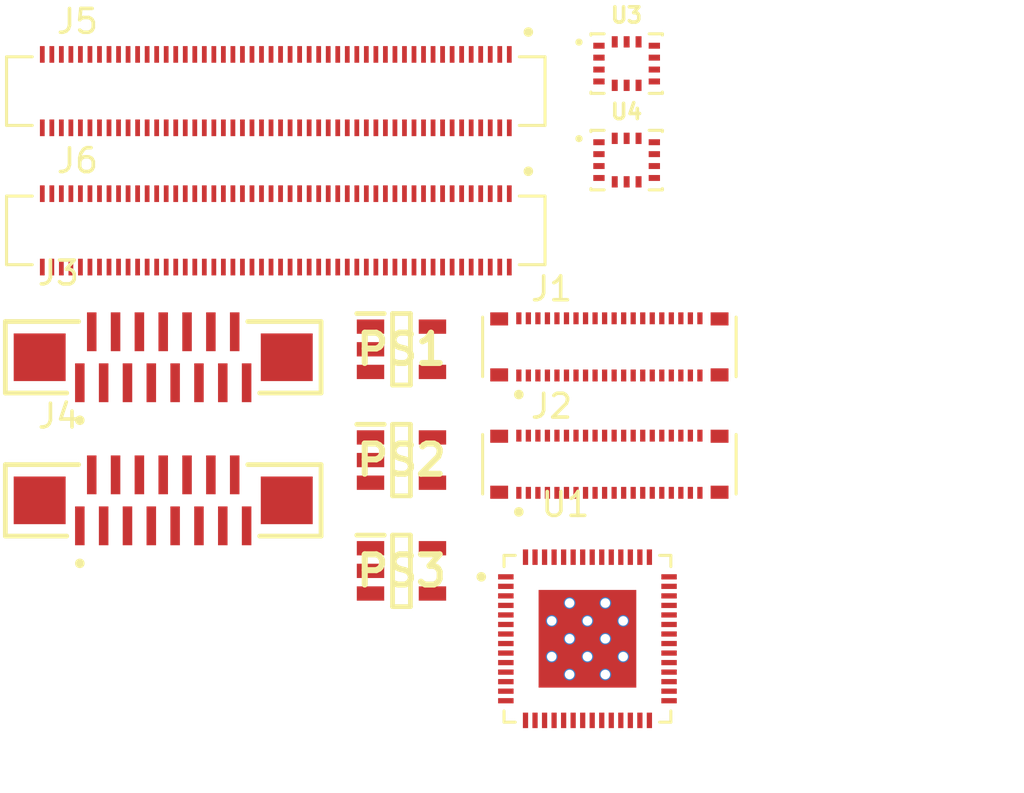
<source format=kicad_pcb>
(kicad_pcb (version 20241229) (generator "pcbnew") (generator_version "9.0")
  (layers (0 "F.Cu" signal) (2 "B.Cu" signal) (13 "F.Paste" user) (15 "B.Paste" user) (5 "F.SilkS" user "F.Silkscreen") (7 "B.SilkS" user "B.Silkscreen") (1 "F.Mask" user) (3 "B.Mask" user) (25 "Edge.Cuts" user))
  (net 0 "")
  (net 15 "Net-(J1-SHIELD-PadS1)")
  (net 51 "Net-(J2-SHIELD-PadS1)")
  (net 221 "P,GND")
  (net 292 "3.3V")
  (net 293 "2.7V")
  (net 294 "Net-(PS1-ADJ)")
  (net 295 "1.35V")
  (net 296 "Net-(PS2-ADJ)")
  (net 297 "1.2V")
  (net 298 "Net-(PS3-ADJ)")
  (net 338 "SPICLK")
  (net 340 "Net-(R2--)")
  (net 342 "Net-(R11-+)")
  (net 346 "Net-(U1-GPIO38)")
  (net 348 "Net-(R13-+)")
  (net 352 "Net-(R1--)")
  (footprint "AP7365-WG-7:AP7365-WG-7" (layer "F.Cu") (at 128.27 82.55)
    (property "Reference" "PS3" (at 0 0 0) (layer "F.SilkS") (effects (font (size 1.27 1.27) (thickness 0.254))))
    (property "Value" "AP7365-WG-7" (hide yes))
    (fp_line (start -1.875 -1.5) (end -0.725 -1.5) (stroke (width 0.2)) (layer "F.SilkS"))
    (fp_line (start -0.375 -1.5) (end 0.375 -1.5) (stroke (width 0.2)) (layer "F.SilkS"))
    (fp_line (start -0.375 1.5) (end -0.375 -1.5) (stroke (width 0.2)) (layer "F.SilkS"))
    (fp_line (start 0.375 -1.5) (end 0.375 1.5) (stroke (width 0.2)) (layer "F.SilkS"))
    (fp_line (start 0.375 1.5) (end -0.375 1.5) (stroke (width 0.2)) (layer "F.SilkS"))
    (pad "1" smd rect (at -1.3 -0.95 90) (size 0.6 1.15) (layers "F.Cu" "F.Mask" "F.Paste") (net 292 "3.3V"))
    (pad "2" smd rect (at -1.3 0 90) (size 0.6 1.15) (layers "F.Cu" "F.Mask" "F.Paste") (net 221 "P,GND"))
    (pad "3" smd rect (at -1.3 0.95 90) (size 0.6 1.15) (layers "F.Cu" "F.Mask" "F.Paste") (net 292 "3.3V"))
    (pad "4" smd rect (at 1.3 0.95 90) (size 0.6 1.15) (layers "F.Cu" "F.Mask" "F.Paste") (net 298 "Net-(PS3-ADJ)"))
    (pad "5" smd rect (at 1.3 -0.95 90) (size 0.6 1.15) (layers "F.Cu" "F.Mask" "F.Paste") (net 297 "1.2V"))
  )
  (footprint "(DSI) WP7B-S040VA1-R6000:(DSI) WP7B-S040VA1-R6000" (layer "F.Cu") (at 136.995 73.15)
    (property "Reference" "J1" (at -2.425 -2.435 0) (layer "F.SilkS"))
    (property "Value" "WP7B-S040VA1-R6000")
    (fp_line (start -5.32 -1.25) (end -5.32 1.25) (stroke (width 0.127)) (layer "F.SilkS"))
    (fp_line (start 5.32 -1.25) (end 5.32 1.25) (stroke (width 0.127)) (layer "F.SilkS"))
    (fp_circle (center -3.8 2) (end -3.7 2) (stroke (width 0.2)) (fill no) (layer "F.SilkS"))
    (pad "1" smd rect (at -3.8 1.2) (size 0.22 0.5) (layers "F.Cu" "F.Mask" "F.Paste"))
    (pad "2" smd rect (at -3.8 -1.2) (size 0.22 0.5) (layers "F.Cu" "F.Mask" "F.Paste"))
    (pad "3" smd rect (at -3.4 1.2) (size 0.22 0.5) (layers "F.Cu" "F.Mask" "F.Paste"))
    (pad "4" smd rect (at -3.4 -1.2) (size 0.22 0.5) (layers "F.Cu" "F.Mask" "F.Paste"))
    (pad "5" smd rect (at -3 1.2) (size 0.22 0.5) (layers "F.Cu" "F.Mask" "F.Paste"))
    (pad "6" smd rect (at -3 -1.2) (size 0.22 0.5) (layers "F.Cu" "F.Mask" "F.Paste"))
    (pad "7" smd rect (at -2.6 1.2) (size 0.22 0.5) (layers "F.Cu" "F.Mask" "F.Paste"))
    (pad "8" smd rect (at -2.6 -1.2) (size 0.22 0.5) (layers "F.Cu" "F.Mask" "F.Paste"))
    (pad "9" smd rect (at -2.2 1.2) (size 0.22 0.5) (layers "F.Cu" "F.Mask" "F.Paste"))
    (pad "10" smd rect (at -2.2 -1.2) (size 0.22 0.5) (layers "F.Cu" "F.Mask" "F.Paste"))
    (pad "11" smd rect (at -1.8 1.2) (size 0.22 0.5) (layers "F.Cu" "F.Mask" "F.Paste"))
    (pad "12" smd rect (at -1.8 -1.2) (size 0.22 0.5) (layers "F.Cu" "F.Mask" "F.Paste"))
    (pad "13" smd rect (at -1.4 1.2) (size 0.22 0.5) (layers "F.Cu" "F.Mask" "F.Paste"))
    (pad "14" smd rect (at -1.4 -1.2) (size 0.22 0.5) (layers "F.Cu" "F.Mask" "F.Paste"))
    (pad "15" smd rect (at -1 1.2) (size 0.22 0.5) (layers "F.Cu" "F.Mask" "F.Paste"))
    (pad "16" smd rect (at -1 -1.2) (size 0.22 0.5) (layers "F.Cu" "F.Mask" "F.Paste"))
    (pad "17" smd rect (at -0.6 1.2) (size 0.22 0.5) (layers "F.Cu" "F.Mask" "F.Paste"))
    (pad "18" smd rect (at -0.6 -1.2) (size 0.22 0.5) (layers "F.Cu" "F.Mask" "F.Paste"))
    (pad "19" smd rect (at -0.2 1.2) (size 0.22 0.5) (layers "F.Cu" "F.Mask" "F.Paste"))
    (pad "20" smd rect (at -0.2 -1.2) (size 0.22 0.5) (layers "F.Cu" "F.Mask" "F.Paste"))
    (pad "21" smd rect (at 0.2 1.2) (size 0.22 0.5) (layers "F.Cu" "F.Mask" "F.Paste"))
    (pad "22" smd rect (at 0.2 -1.2) (size 0.22 0.5) (layers "F.Cu" "F.Mask" "F.Paste"))
    (pad "23" smd rect (at 0.6 1.2) (size 0.22 0.5) (layers "F.Cu" "F.Mask" "F.Paste"))
    (pad "24" smd rect (at 0.6 -1.2) (size 0.22 0.5) (layers "F.Cu" "F.Mask" "F.Paste"))
    (pad "25" smd rect (at 1 1.2) (size 0.22 0.5) (layers "F.Cu" "F.Mask" "F.Paste"))
    (pad "26" smd rect (at 1 -1.2) (size 0.22 0.5) (layers "F.Cu" "F.Mask" "F.Paste"))
    (pad "27" smd rect (at 1.4 1.2) (size 0.22 0.5) (layers "F.Cu" "F.Mask" "F.Paste"))
    (pad "28" smd rect (at 1.4 -1.2) (size 0.22 0.5) (layers "F.Cu" "F.Mask" "F.Paste"))
    (pad "29" smd rect (at 1.8 1.2) (size 0.22 0.5) (layers "F.Cu" "F.Mask" "F.Paste"))
    (pad "30" smd rect (at 1.8 -1.2) (size 0.22 0.5) (layers "F.Cu" "F.Mask" "F.Paste"))
    (pad "31" smd rect (at 2.2 1.2) (size 0.22 0.5) (layers "F.Cu" "F.Mask" "F.Paste"))
    (pad "32" smd rect (at 2.2 -1.2) (size 0.22 0.5) (layers "F.Cu" "F.Mask" "F.Paste"))
    (pad "33" smd rect (at 2.6 1.2) (size 0.22 0.5) (layers "F.Cu" "F.Mask" "F.Paste"))
    (pad "34" smd rect (at 2.6 -1.2) (size 0.22 0.5) (layers "F.Cu" "F.Mask" "F.Paste"))
    (pad "35" smd rect (at 3 1.2) (size 0.22 0.5) (layers "F.Cu" "F.Mask" "F.Paste"))
    (pad "36" smd rect (at 3 -1.2) (size 0.22 0.5) (layers "F.Cu" "F.Mask" "F.Paste"))
    (pad "37" smd rect (at 3.4 1.2) (size 0.22 0.5) (layers "F.Cu" "F.Mask" "F.Paste"))
    (pad "38" smd rect (at 3.4 -1.2) (size 0.22 0.5) (layers "F.Cu" "F.Mask" "F.Paste"))
    (pad "39" smd rect (at 3.8 1.2) (size 0.22 0.5) (layers "F.Cu" "F.Mask" "F.Paste"))
    (pad "40" smd rect (at 3.8 -1.2) (size 0.22 0.5) (layers "F.Cu" "F.Mask" "F.Paste"))
    (pad "S1" smd rect (at -4.625 -1.175) (size 0.75 0.55) (layers "F.Cu" "F.Mask" "F.Paste") (net 15 "Net-(J1-SHIELD-PadS1)"))
    (pad "S2" smd rect (at -4.625 1.175) (size 0.75 0.55) (layers "F.Cu" "F.Mask" "F.Paste") (net 15 "Net-(J1-SHIELD-PadS1)"))
    (pad "S3" smd rect (at 4.625 1.175) (size 0.75 0.55) (layers "F.Cu" "F.Mask" "F.Paste") (net 15 "Net-(J1-SHIELD-PadS1)"))
    (pad "S4" smd rect (at 4.625 -1.175) (size 0.75 0.55) (layers "F.Cu" "F.Mask" "F.Paste") (net 15 "Net-(J1-SHIELD-PadS1)"))
  )
  (footprint "BMI270:BMI270" (layer "F.Cu") (at 137.72 61.26)
    (property "Reference" "U3" (at -0.008 -2.0314 0) (layer "F.SilkS") (effects (font (size 0.64 0.64))))
    (property "Value" "BMI270")
    (fp_line (start -1.5 -1.25) (end -1.5 -1.195) (stroke (width 0.127)) (layer "F.SilkS"))
    (fp_line (start -1.5 -1.25) (end -0.945 -1.25) (stroke (width 0.127)) (layer "F.SilkS"))
    (fp_line (start -1.5 1.195) (end -1.5 1.25) (stroke (width 0.127)) (layer "F.SilkS"))
    (fp_line (start -1.5 1.25) (end -0.945 1.25) (stroke (width 0.127)) (layer "F.SilkS"))
    (fp_line (start 0.945 -1.25) (end 1.5 -1.25) (stroke (width 0.127)) (layer "F.SilkS"))
    (fp_line (start 0.945 1.25) (end 1.5 1.25) (stroke (width 0.127)) (layer "F.SilkS"))
    (fp_line (start 1.5 -1.25) (end 1.5 -1.195) (stroke (width 0.127)) (layer "F.SilkS"))
    (fp_line (start 1.5 1.195) (end 1.5 1.25) (stroke (width 0.127)) (layer "F.SilkS"))
    (fp_circle (center -2 -0.9) (end -1.925 -0.9) (stroke (width 0.15)) (fill no) (layer "F.SilkS"))
    (pad "1" smd rect (at -1.1625 -0.75) (size 0.475 0.25) (layers "F.Cu" "F.Mask" "F.Paste") (net 292 "3.3V"))
    (pad "2" smd rect (at -1.1625 -0.25) (size 0.475 0.25) (layers "F.Cu" "F.Mask" "F.Paste"))
    (pad "3" smd rect (at -1.1625 0.25) (size 0.475 0.25) (layers "F.Cu" "F.Mask" "F.Paste"))
    (pad "4" smd rect (at -1.1625 0.75) (size 0.475 0.25) (layers "F.Cu" "F.Mask" "F.Paste"))
    (pad "5" smd rect (at -0.5 0.9125) (size 0.25 0.475) (layers "F.Cu" "F.Mask" "F.Paste") (net 292 "3.3V"))
    (pad "6" smd rect (at 0 0.9125) (size 0.25 0.475) (layers "F.Cu" "F.Mask" "F.Paste") (net 221 "P,GND"))
    (pad "7" smd rect (at 0.5 0.9125) (size 0.25 0.475) (layers "F.Cu" "F.Mask" "F.Paste") (net 221 "P,GND"))
    (pad "8" smd rect (at 1.1625 0.75) (size 0.475 0.25) (layers "F.Cu" "F.Mask" "F.Paste") (net 292 "3.3V"))
    (pad "9" smd rect (at 1.1625 0.25) (size 0.475 0.25) (layers "F.Cu" "F.Mask" "F.Paste"))
    (pad "10" smd rect (at 1.1625 -0.25) (size 0.475 0.25) (layers "F.Cu" "F.Mask" "F.Paste"))
    (pad "11" smd rect (at 1.1625 -0.75) (size 0.475 0.25) (layers "F.Cu" "F.Mask" "F.Paste"))
    (pad "12" smd rect (at 0.5 -0.9125) (size 0.25 0.475) (layers "F.Cu" "F.Mask" "F.Paste") (net 292 "3.3V"))
    (pad "13" smd rect (at 0 -0.9125) (size 0.25 0.475) (layers "F.Cu" "F.Mask" "F.Paste") (net 352 "Net-(R1--)"))
    (pad "14" smd rect (at -0.5 -0.9125) (size 0.25 0.475) (layers "F.Cu" "F.Mask" "F.Paste") (net 340 "Net-(R2--)"))
  )
  (footprint "DF40C-100DS-0.4V_51:HIROSE_DF40C-100DS-0.4V_51_" (layer "F.Cu") (at 122.995 68.26)
    (property "Reference" "J6" (at -8.325 -2.925 0) (layer "F.SilkS"))
    (property "Value" "High Speed Serial")
    (fp_line (start -11.3 -1.44) (end -11.3 1.44) (stroke (width 0.127)) (layer "F.SilkS"))
    (fp_line (start -11.3 1.44) (end -10.22 1.44) (stroke (width 0.127)) (layer "F.SilkS"))
    (fp_line (start -10.22 -1.44) (end -11.3 -1.44) (stroke (width 0.127)) (layer "F.SilkS"))
    (fp_line (start 11.3 -1.44) (end 10.22 -1.44) (stroke (width 0.127)) (layer "F.SilkS"))
    (fp_line (start 11.3 -1.44) (end 11.3 1.44) (stroke (width 0.127)) (layer "F.SilkS"))
    (fp_line (start 11.3 1.44) (end 10.22 1.44) (stroke (width 0.127)) (layer "F.SilkS"))
    (fp_circle (center 10.6 -2.48) (end 10.7 -2.48) (stroke (width 0.2)) (fill no) (layer "F.SilkS"))
    (pad "1" smd rect (at 9.8 -1.54) (size 0.2 0.7) (layers "F.Cu" "F.Mask"))
    (pad "2" smd rect (at 9.8 1.54) (size 0.2 0.7) (layers "F.Cu" "F.Mask"))
    (pad "3" smd rect (at 9.4 -1.54) (size 0.2 0.7) (layers "F.Cu" "F.Mask"))
    (pad "4" smd rect (at 9.4 1.54) (size 0.2 0.7) (layers "F.Cu" "F.Mask"))
    (pad "5" smd rect (at 9 -1.54) (size 0.2 0.7) (layers "F.Cu" "F.Mask"))
    (pad "6" smd rect (at 9 1.54) (size 0.2 0.7) (layers "F.Cu" "F.Mask"))
    (pad "7" smd rect (at 8.6 -1.54) (size 0.2 0.7) (layers "F.Cu" "F.Mask") (net 221 "P,GND"))
    (pad "8" smd rect (at 8.6 1.54) (size 0.2 0.7) (layers "F.Cu" "F.Mask") (net 221 "P,GND"))
    (pad "9" smd rect (at 8.2 -1.54) (size 0.2 0.7) (layers "F.Cu" "F.Mask"))
    (pad "10" smd rect (at 8.2 1.54) (size 0.2 0.7) (layers "F.Cu" "F.Mask"))
    (pad "11" smd rect (at 7.8 -1.54) (size 0.2 0.7) (layers "F.Cu" "F.Mask"))
    (pad "12" smd rect (at 7.8 1.54) (size 0.2 0.7) (layers "F.Cu" "F.Mask"))
    (pad "13" smd rect (at 7.4 -1.54) (size 0.2 0.7) (layers "F.Cu" "F.Mask") (net 221 "P,GND"))
    (pad "14" smd rect (at 7.4 1.54) (size 0.2 0.7) (layers "F.Cu" "F.Mask") (net 221 "P,GND"))
    (pad "15" smd rect (at 7 -1.54) (size 0.2 0.7) (layers "F.Cu" "F.Mask"))
    (pad "16" smd rect (at 7 1.54) (size 0.2 0.7) (layers "F.Cu" "F.Mask"))
    (pad "17" smd rect (at 6.6 -1.54) (size 0.2 0.7) (layers "F.Cu" "F.Mask"))
    (pad "18" smd rect (at 6.6 1.54) (size 0.2 0.7) (layers "F.Cu" "F.Mask"))
    (pad "19" smd rect (at 6.2 -1.54) (size 0.2 0.7) (layers "F.Cu" "F.Mask") (net 221 "P,GND"))
    (pad "20" smd rect (at 6.2 1.54) (size 0.2 0.7) (layers "F.Cu" "F.Mask") (net 221 "P,GND"))
    (pad "21" smd rect (at 5.8 -1.54) (size 0.2 0.7) (layers "F.Cu" "F.Mask"))
    (pad "22" smd rect (at 5.8 1.54) (size 0.2 0.7) (layers "F.Cu" "F.Mask"))
    (pad "23" smd rect (at 5.4 -1.54) (size 0.2 0.7) (layers "F.Cu" "F.Mask"))
    (pad "24" smd rect (at 5.4 1.54) (size 0.2 0.7) (layers "F.Cu" "F.Mask"))
    (pad "25" smd rect (at 5 -1.54) (size 0.2 0.7) (layers "F.Cu" "F.Mask") (net 221 "P,GND"))
    (pad "26" smd rect (at 5 1.54) (size 0.2 0.7) (layers "F.Cu" "F.Mask") (net 221 "P,GND"))
    (pad "27" smd rect (at 4.6 -1.54) (size 0.2 0.7) (layers "F.Cu" "F.Mask"))
    (pad "28" smd rect (at 4.6 1.54) (size 0.2 0.7) (layers "F.Cu" "F.Mask"))
    (pad "29" smd rect (at 4.2 -1.54) (size 0.2 0.7) (layers "F.Cu" "F.Mask"))
    (pad "30" smd rect (at 4.2 1.54) (size 0.2 0.7) (layers "F.Cu" "F.Mask"))
    (pad "31" smd rect (at 3.8 -1.54) (size 0.2 0.7) (layers "F.Cu" "F.Mask"))
    (pad "32" smd rect (at 3.8 1.54) (size 0.2 0.7) (layers "F.Cu" "F.Mask"))
    (pad "33" smd rect (at 3.4 -1.54) (size 0.2 0.7) (layers "F.Cu" "F.Mask"))
    (pad "34" smd rect (at 3.4 1.54) (size 0.2 0.7) (layers "F.Cu" "F.Mask"))
    (pad "35" smd rect (at 3 -1.54) (size 0.2 0.7) (layers "F.Cu" "F.Mask"))
    (pad "36" smd rect (at 3 1.54) (size 0.2 0.7) (layers "F.Cu" "F.Mask"))
    (pad "37" smd rect (at 2.6 -1.54) (size 0.2 0.7) (layers "F.Cu" "F.Mask") (net 221 "P,GND"))
    (pad "38" smd rect (at 2.6 1.54) (size 0.2 0.7) (layers "F.Cu" "F.Mask") (net 221 "P,GND"))
    (pad "39" smd rect (at 2.2 -1.54) (size 0.2 0.7) (layers "F.Cu" "F.Mask"))
    (pad "40" smd rect (at 2.2 1.54) (size 0.2 0.7) (layers "F.Cu" "F.Mask"))
    (pad "41" smd rect (at 1.8 -1.54) (size 0.2 0.7) (layers "F.Cu" "F.Mask"))
    (pad "42" smd rect (at 1.8 1.54) (size 0.2 0.7) (layers "F.Cu" "F.Mask"))
    (pad "43" smd rect (at 1.4 -1.54) (size 0.2 0.7) (layers "F.Cu" "F.Mask"))
    (pad "44" smd rect (at 1.4 1.54) (size 0.2 0.7) (layers "F.Cu" "F.Mask"))
    (pad "45" smd rect (at 1 -1.54) (size 0.2 0.7) (layers "F.Cu" "F.Mask"))
    (pad "46" smd rect (at 1 1.54) (size 0.2 0.7) (layers "F.Cu" "F.Mask"))
    (pad "47" smd rect (at 0.6 -1.54) (size 0.2 0.7) (layers "F.Cu" "F.Mask"))
    (pad "48" smd rect (at 0.6 1.54) (size 0.2 0.7) (layers "F.Cu" "F.Mask"))
    (pad "49" smd rect (at 0.2 -1.54) (size 0.2 0.7) (layers "F.Cu" "F.Mask"))
    (pad "50" smd rect (at 0.2 1.54) (size 0.2 0.7) (layers "F.Cu" "F.Mask"))
    (pad "51" smd rect (at -0.2 -1.54) (size 0.2 0.7) (layers "F.Cu" "F.Mask"))
    (pad "52" smd rect (at -0.2 1.54) (size 0.2 0.7) (layers "F.Cu" "F.Mask"))
    (pad "53" smd rect (at -0.6 -1.54) (size 0.2 0.7) (layers "F.Cu" "F.Mask"))
    (pad "54" smd rect (at -0.6 1.54) (size 0.2 0.7) (layers "F.Cu" "F.Mask"))
    (pad "55" smd rect (at -1 -1.54) (size 0.2 0.7) (layers "F.Cu" "F.Mask") (net 221 "P,GND"))
    (pad "56" smd rect (at -1 1.54) (size 0.2 0.7) (layers "F.Cu" "F.Mask") (net 221 "P,GND"))
    (pad "57" smd rect (at -1.4 -1.54) (size 0.2 0.7) (layers "F.Cu" "F.Mask"))
    (pad "58" smd rect (at -1.4 1.54) (size 0.2 0.7) (layers "F.Cu" "F.Mask"))
    (pad "59" smd rect (at -1.8 -1.54) (size 0.2 0.7) (layers "F.Cu" "F.Mask"))
    (pad "60" smd rect (at -1.8 1.54) (size 0.2 0.7) (layers "F.Cu" "F.Mask"))
    (pad "61" smd rect (at -2.2 -1.54) (size 0.2 0.7) (layers "F.Cu" "F.Mask") (net 221 "P,GND"))
    (pad "62" smd rect (at -2.2 1.54) (size 0.2 0.7) (layers "F.Cu" "F.Mask") (net 221 "P,GND"))
    (pad "63" smd rect (at -2.6 -1.54) (size 0.2 0.7) (layers "F.Cu" "F.Mask"))
    (pad "64" smd rect (at -2.6 1.54) (size 0.2 0.7) (layers "F.Cu" "F.Mask"))
    (pad "65" smd rect (at -3 -1.54) (size 0.2 0.7) (layers "F.Cu" "F.Mask"))
    (pad "66" smd rect (at -3 1.54) (size 0.2 0.7) (layers "F.Cu" "F.Mask"))
    (pad "67" smd rect (at -3.4 -1.54) (size 0.2 0.7) (layers "F.Cu" "F.Mask") (net 221 "P,GND"))
    (pad "68" smd rect (at -3.4 1.54) (size 0.2 0.7) (layers "F.Cu" "F.Mask") (net 221 "P,GND"))
    (pad "69" smd rect (at -3.8 -1.54) (size 0.2 0.7) (layers "F.Cu" "F.Mask"))
    (pad "70" smd rect (at -3.8 1.54) (size 0.2 0.7) (layers "F.Cu" "F.Mask"))
    (pad "71" smd rect (at -4.2 -1.54) (size 0.2 0.7) (layers "F.Cu" "F.Mask"))
    (pad "72" smd rect (at -4.2 1.54) (size 0.2 0.7) (layers "F.Cu" "F.Mask"))
    (pad "73" smd rect (at -4.6 -1.54) (size 0.2 0.7) (layers "F.Cu" "F.Mask") (net 221 "P,GND"))
    (pad "74" smd rect (at -4.6 1.54) (size 0.2 0.7) (layers "F.Cu" "F.Mask") (net 221 "P,GND"))
    (pad "75" smd rect (at -5 -1.54) (size 0.2 0.7) (layers "F.Cu" "F.Mask"))
    (pad "76" smd rect (at -5 1.54) (size 0.2 0.7) (layers "F.Cu" "F.Mask"))
    (pad "77" smd rect (at -5.4 -1.54) (size 0.2 0.7) (layers "F.Cu" "F.Mask"))
    (pad "78" smd rect (at -5.4 1.54) (size 0.2 0.7) (layers "F.Cu" "F.Mask"))
    (pad "79" smd rect (at -5.8 -1.54) (size 0.2 0.7) (layers "F.Cu" "F.Mask"))
    (pad "80" smd rect (at -5.8 1.54) (size 0.2 0.7) (layers "F.Cu" "F.Mask"))
    (pad "81" smd rect (at -6.2 -1.54) (size 0.2 0.7) (layers "F.Cu" "F.Mask"))
    (pad "82" smd rect (at -6.2 1.54) (size 0.2 0.7) (layers "F.Cu" "F.Mask"))
    (pad "83" smd rect (at -6.6 -1.54) (size 0.2 0.7) (layers "F.Cu" "F.Mask"))
    (pad "84" smd rect (at -6.6 1.54) (size 0.2 0.7) (layers "F.Cu" "F.Mask"))
    (pad "85" smd rect (at -7 -1.54) (size 0.2 0.7) (layers "F.Cu" "F.Mask") (net 221 "P,GND"))
    (pad "86" smd rect (at -7 1.54) (size 0.2 0.7) (layers "F.Cu" "F.Mask") (net 221 "P,GND"))
    (pad "87" smd rect (at -7.4 -1.54) (size 0.2 0.7) (layers "F.Cu" "F.Mask"))
    (pad "88" smd rect (at -7.4 1.54) (size 0.2 0.7) (layers "F.Cu" "F.Mask"))
    (pad "89" smd rect (at -7.8 -1.54) (size 0.2 0.7) (layers "F.Cu" "F.Mask"))
    (pad "90" smd rect (at -7.8 1.54) (size 0.2 0.7) (layers "F.Cu" "F.Mask"))
    (pad "91" smd rect (at -8.2 -1.54) (size 0.2 0.7) (layers "F.Cu" "F.Mask"))
    (pad "92" smd rect (at -8.2 1.54) (size 0.2 0.7) (layers "F.Cu" "F.Mask"))
    (pad "93" smd rect (at -8.6 -1.54) (size 0.2 0.7) (layers "F.Cu" "F.Mask"))
    (pad "94" smd rect (at -8.6 1.54) (size 0.2 0.7) (layers "F.Cu" "F.Mask"))
    (pad "95" smd rect (at -9 -1.54) (size 0.2 0.7) (layers "F.Cu" "F.Mask"))
    (pad "96" smd rect (at -9 1.54) (size 0.2 0.7) (layers "F.Cu" "F.Mask"))
    (pad "97" smd rect (at -9.4 -1.54) (size 0.2 0.7) (layers "F.Cu" "F.Mask") (net 221 "P,GND"))
    (pad "98" smd rect (at -9.4 1.54) (size 0.2 0.7) (layers "F.Cu" "F.Mask") (net 221 "P,GND"))
    (pad "99" smd rect (at -9.8 -1.54) (size 0.2 0.7) (layers "F.Cu" "F.Mask"))
    (pad "100" smd rect (at -9.8 1.54) (size 0.2 0.7) (layers "F.Cu" "F.Mask"))
  )
  (footprint "ZF5S-15-03-T-WT:SAMTEC_ZF5S-15-03-T-WT" (layer "F.Cu") (at 118.27 73.585)
    (property "Reference" "J3" (at -4.4 -3.535 0) (layer "F.SilkS"))
    (property "Value" "ZF5S-15-03-T-WT")
    (fp_line (start -6.625 -1.5) (end -6.625 1.5) (stroke (width 0.2)) (layer "F.SilkS"))
    (fp_line (start -6.625 -1.5) (end -3.55 -1.5) (stroke (width 0.2)) (layer "F.SilkS"))
    (fp_line (start -6.625 1.5) (end -4.05 1.5) (stroke (width 0.2)) (layer "F.SilkS"))
    (fp_line (start 6.625 -1.5) (end 3.55 -1.5) (stroke (width 0.2)) (layer "F.SilkS"))
    (fp_line (start 6.625 -1.5) (end 6.625 1.5) (stroke (width 0.2)) (layer "F.SilkS"))
    (fp_line (start 6.625 1.5) (end 4.05 1.5) (stroke (width 0.2)) (layer "F.SilkS"))
    (fp_circle (center -3.5 2.645) (end -3.4 2.645) (stroke (width 0.2)) (fill no) (layer "F.SilkS"))
    (pad "01" smd rect (at -3.5 1.07) (size 0.4 1.63) (layers "F.Cu" "F.Mask" "F.Paste"))
    (pad "02" smd rect (at -3 -1.07) (size 0.4 1.63) (layers "F.Cu" "F.Mask" "F.Paste"))
    (pad "03" smd rect (at -2.5 1.07) (size 0.4 1.63) (layers "F.Cu" "F.Mask" "F.Paste"))
    (pad "04" smd rect (at -2 -1.07) (size 0.4 1.63) (layers "F.Cu" "F.Mask" "F.Paste"))
    (pad "05" smd rect (at -1.5 1.07) (size 0.4 1.63) (layers "F.Cu" "F.Mask" "F.Paste"))
    (pad "06" smd rect (at -1 -1.07) (size 0.4 1.63) (layers "F.Cu" "F.Mask" "F.Paste"))
    (pad "07" smd rect (at -0.5 1.07) (size 0.4 1.63) (layers "F.Cu" "F.Mask" "F.Paste"))
    (pad "08" smd rect (at 0 -1.07) (size 0.4 1.63) (layers "F.Cu" "F.Mask" "F.Paste"))
    (pad "09" smd rect (at 0.5 1.07) (size 0.4 1.63) (layers "F.Cu" "F.Mask" "F.Paste"))
    (pad "10" smd rect (at 1 -1.07) (size 0.4 1.63) (layers "F.Cu" "F.Mask" "F.Paste"))
    (pad "11" smd rect (at 1.5 1.07) (size 0.4 1.63) (layers "F.Cu" "F.Mask" "F.Paste"))
    (pad "12" smd rect (at 2 -1.07) (size 0.4 1.63) (layers "F.Cu" "F.Mask" "F.Paste"))
    (pad "13" smd rect (at 2.5 1.07) (size 0.4 1.63) (layers "F.Cu" "F.Mask" "F.Paste"))
    (pad "14" smd rect (at 3 -1.07) (size 0.4 1.63) (layers "F.Cu" "F.Mask" "F.Paste"))
    (pad "15" smd rect (at 3.5 1.07) (size 0.4 1.63) (layers "F.Cu" "F.Mask" "F.Paste"))
    (pad "S1" smd rect (at -5.185 0) (size 2.18 2) (layers "F.Cu" "F.Mask" "F.Paste"))
    (pad "S2" smd rect (at 5.185 0) (size 2.18 2) (layers "F.Cu" "F.Mask" "F.Paste"))
  )
  (footprint "ZF5S-15-03-T-WT:SAMTEC_ZF5S-15-03-T-WT" (layer "F.Cu") (at 118.27 79.59)
    (property "Reference" "J4" (at -4.4 -3.535 0) (layer "F.SilkS"))
    (property "Value" "ZF5S-15-03-T-WT")
    (fp_line (start -6.625 -1.5) (end -6.625 1.5) (stroke (width 0.2)) (layer "F.SilkS"))
    (fp_line (start -6.625 -1.5) (end -3.55 -1.5) (stroke (width 0.2)) (layer "F.SilkS"))
    (fp_line (start -6.625 1.5) (end -4.05 1.5) (stroke (width 0.2)) (layer "F.SilkS"))
    (fp_line (start 6.625 -1.5) (end 3.55 -1.5) (stroke (width 0.2)) (layer "F.SilkS"))
    (fp_line (start 6.625 -1.5) (end 6.625 1.5) (stroke (width 0.2)) (layer "F.SilkS"))
    (fp_line (start 6.625 1.5) (end 4.05 1.5) (stroke (width 0.2)) (layer "F.SilkS"))
    (fp_circle (center -3.5 2.645) (end -3.4 2.645) (stroke (width 0.2)) (fill no) (layer "F.SilkS"))
    (pad "01" smd rect (at -3.5 1.07) (size 0.4 1.63) (layers "F.Cu" "F.Mask" "F.Paste"))
    (pad "02" smd rect (at -3 -1.07) (size 0.4 1.63) (layers "F.Cu" "F.Mask" "F.Paste"))
    (pad "03" smd rect (at -2.5 1.07) (size 0.4 1.63) (layers "F.Cu" "F.Mask" "F.Paste"))
    (pad "04" smd rect (at -2 -1.07) (size 0.4 1.63) (layers "F.Cu" "F.Mask" "F.Paste"))
    (pad "05" smd rect (at -1.5 1.07) (size 0.4 1.63) (layers "F.Cu" "F.Mask" "F.Paste"))
    (pad "06" smd rect (at -1 -1.07) (size 0.4 1.63) (layers "F.Cu" "F.Mask" "F.Paste"))
    (pad "07" smd rect (at -0.5 1.07) (size 0.4 1.63) (layers "F.Cu" "F.Mask" "F.Paste"))
    (pad "08" smd rect (at 0 -1.07) (size 0.4 1.63) (layers "F.Cu" "F.Mask" "F.Paste"))
    (pad "09" smd rect (at 0.5 1.07) (size 0.4 1.63) (layers "F.Cu" "F.Mask" "F.Paste"))
    (pad "10" smd rect (at 1 -1.07) (size 0.4 1.63) (layers "F.Cu" "F.Mask" "F.Paste"))
    (pad "11" smd rect (at 1.5 1.07) (size 0.4 1.63) (layers "F.Cu" "F.Mask" "F.Paste"))
    (pad "12" smd rect (at 2 -1.07) (size 0.4 1.63) (layers "F.Cu" "F.Mask" "F.Paste"))
    (pad "13" smd rect (at 2.5 1.07) (size 0.4 1.63) (layers "F.Cu" "F.Mask" "F.Paste"))
    (pad "14" smd rect (at 3 -1.07) (size 0.4 1.63) (layers "F.Cu" "F.Mask" "F.Paste"))
    (pad "15" smd rect (at 3.5 1.07) (size 0.4 1.63) (layers "F.Cu" "F.Mask" "F.Paste"))
    (pad "S1" smd rect (at -5.185 0) (size 2.18 2) (layers "F.Cu" "F.Mask" "F.Paste"))
    (pad "S2" smd rect (at 5.185 0) (size 2.18 2) (layers "F.Cu" "F.Mask" "F.Paste"))
  )
  (footprint "ESP32-S3:ESP32-S3" (layer "F.Cu") (at 136.075 85.4)
    (property "Reference" "U1" (at -0.925 -5.635 0) (layer "F.SilkS"))
    (property "Value" "ESP32-S3")
    (fp_line (start -3.5 -3.5) (end -3.5 -3.03) (stroke (width 0.127)) (layer "F.SilkS"))
    (fp_line (start -3.5 -3.5) (end -3.03 -3.5) (stroke (width 0.127)) (layer "F.SilkS"))
    (fp_line (start -3.5 3.5) (end -3.5 3.03) (stroke (width 0.127)) (layer "F.SilkS"))
    (fp_line (start -3.5 3.5) (end -3.03 3.5) (stroke (width 0.127)) (layer "F.SilkS"))
    (fp_line (start 3.5 -3.5) (end 3.03 -3.5) (stroke (width 0.127)) (layer "F.SilkS"))
    (fp_line (start 3.5 -3.5) (end 3.5 -3.03) (stroke (width 0.127)) (layer "F.SilkS"))
    (fp_line (start 3.5 3.5) (end 3.03 3.5) (stroke (width 0.127)) (layer "F.SilkS"))
    (fp_line (start 3.5 3.5) (end 3.5 3.03) (stroke (width 0.127)) (layer "F.SilkS"))
    (fp_circle (center -4.455 -2.6) (end -4.355 -2.6) (stroke (width 0.2)) (fill no) (layer "F.SilkS"))
    (pad "1" smd rect (at -3.425 -2.6) (size 0.65 0.22) (layers "F.Cu" "F.Paste"))
    (pad "2" smd rect (at -3.425 -2.2) (size 0.65 0.22) (layers "F.Cu" "F.Paste") (net 292 "3.3V"))
    (pad "3" smd rect (at -3.425 -1.8) (size 0.65 0.22) (layers "F.Cu" "F.Paste") (net 292 "3.3V"))
    (pad "4" smd rect (at -3.425 -1.4) (size 0.65 0.22) (layers "F.Cu" "F.Paste"))
    (pad "5" smd rect (at -3.425 -1) (size 0.65 0.22) (layers "F.Cu" "F.Paste") (net 340 "Net-(R2--)"))
    (pad "6" smd rect (at -3.425 -0.6) (size 0.65 0.22) (layers "F.Cu" "F.Paste") (net 352 "Net-(R1--)"))
    (pad "7" smd rect (at -3.425 -0.2) (size 0.65 0.22) (layers "F.Cu" "F.Paste"))
    (pad "8" smd rect (at -3.425 0.2) (size 0.65 0.22) (layers "F.Cu" "F.Paste"))
    (pad "9" smd rect (at -3.425 0.6) (size 0.65 0.22) (layers "F.Cu" "F.Paste"))
    (pad "10" smd rect (at -3.425 1) (size 0.65 0.22) (layers "F.Cu" "F.Paste"))
    (pad "11" smd rect (at -3.425 1.4) (size 0.65 0.22) (layers "F.Cu" "F.Paste"))
    (pad "12" smd rect (at -3.425 1.8) (size 0.65 0.22) (layers "F.Cu" "F.Paste"))
    (pad "13" smd rect (at -3.425 2.2) (size 0.65 0.22) (layers "F.Cu" "F.Paste"))
    (pad "14" smd rect (at -3.425 2.6) (size 0.65 0.22) (layers "F.Cu" "F.Paste"))
    (pad "15" smd rect (at -2.6 3.425) (size 0.22 0.65) (layers "F.Cu" "F.Paste"))
    (pad "16" smd rect (at -2.2 3.425) (size 0.22 0.65) (layers "F.Cu" "F.Paste"))
    (pad "17" smd rect (at -1.8 3.425) (size 0.22 0.65) (layers "F.Cu" "F.Paste"))
    (pad "18" smd rect (at -1.4 3.425) (size 0.22 0.65) (layers "F.Cu" "F.Paste"))
    (pad "19" smd rect (at -1 3.425) (size 0.22 0.65) (layers "F.Cu" "F.Paste"))
    (pad "20" smd rect (at -0.6 3.425) (size 0.22 0.65) (layers "F.Cu" "F.Paste"))
    (pad "21" smd rect (at -0.2 3.425) (size 0.22 0.65) (layers "F.Cu" "F.Paste"))
    (pad "22" smd rect (at 0.2 3.425) (size 0.22 0.65) (layers "F.Cu" "F.Paste"))
    (pad "23" smd rect (at 0.6 3.425) (size 0.22 0.65) (layers "F.Cu" "F.Paste"))
    (pad "24" smd rect (at 1 3.425) (size 0.22 0.65) (layers "F.Cu" "F.Paste"))
    (pad "25" smd rect (at 1.4 3.425) (size 0.22 0.65) (layers "F.Cu" "F.Paste"))
    (pad "26" smd rect (at 1.8 3.425) (size 0.22 0.65) (layers "F.Cu" "F.Paste"))
    (pad "27" smd rect (at 2.2 3.425) (size 0.22 0.65) (layers "F.Cu" "F.Paste"))
    (pad "28" smd rect (at 2.6 3.425) (size 0.22 0.65) (layers "F.Cu" "F.Paste"))
    (pad "29" smd rect (at 3.425 2.6) (size 0.65 0.22) (layers "F.Cu" "F.Paste"))
    (pad "30" smd rect (at 3.425 2.2) (size 0.65 0.22) (layers "F.Cu" "F.Paste"))
    (pad "31" smd rect (at 3.425 1.8) (size 0.65 0.22) (layers "F.Cu" "F.Paste"))
    (pad "32" smd rect (at 3.425 1.4) (size 0.65 0.22) (layers "F.Cu" "F.Paste"))
    (pad "33" smd rect (at 3.425 1) (size 0.65 0.22) (layers "F.Cu" "F.Paste") (net 338 "SPICLK"))
    (pad "34" smd rect (at 3.425 0.6) (size 0.65 0.22) (layers "F.Cu" "F.Paste"))
    (pad "35" smd rect (at 3.425 0.2) (size 0.65 0.22) (layers "F.Cu" "F.Paste"))
    (pad "36" smd rect (at 3.425 -0.2) (size 0.65 0.22) (layers "F.Cu" "F.Paste"))
    (pad "37" smd rect (at 3.425 -0.6) (size 0.65 0.22) (layers "F.Cu" "F.Paste"))
    (pad "38" smd rect (at 3.425 -1) (size 0.65 0.22) (layers "F.Cu" "F.Paste"))
    (pad "39" smd rect (at 3.425 -1.4) (size 0.65 0.22) (layers "F.Cu" "F.Paste"))
    (pad "40" smd rect (at 3.425 -1.8) (size 0.65 0.22) (layers "F.Cu" "F.Paste"))
    (pad "41" smd rect (at 3.425 -2.2) (size 0.65 0.22) (layers "F.Cu" "F.Paste"))
    (pad "42" smd rect (at 3.425 -2.6) (size 0.65 0.22) (layers "F.Cu" "F.Paste"))
    (pad "43" smd rect (at 2.6 -3.425) (size 0.22 0.65) (layers "F.Cu" "F.Paste") (net 346 "Net-(U1-GPIO38)"))
    (pad "44" smd rect (at 2.2 -3.425) (size 0.22 0.65) (layers "F.Cu" "F.Paste"))
    (pad "45" smd rect (at 1.8 -3.425) (size 0.22 0.65) (layers "F.Cu" "F.Paste"))
    (pad "46" smd rect (at 1.4 -3.425) (size 0.22 0.65) (layers "F.Cu" "F.Paste"))
    (pad "47" smd rect (at 1 -3.425) (size 0.22 0.65) (layers "F.Cu" "F.Paste"))
    (pad "48" smd rect (at 0.6 -3.425) (size 0.22 0.65) (layers "F.Cu" "F.Paste"))
    (pad "49" smd rect (at 0.2 -3.425) (size 0.22 0.65) (layers "F.Cu" "F.Paste"))
    (pad "50" smd rect (at -0.2 -3.425) (size 0.22 0.65) (layers "F.Cu" "F.Paste"))
    (pad "51" smd rect (at -0.6 -3.425) (size 0.22 0.65) (layers "F.Cu" "F.Paste") (net 348 "Net-(R13-+)"))
    (pad "52" smd rect (at -1 -3.425) (size 0.22 0.65) (layers "F.Cu" "F.Paste") (net 342 "Net-(R11-+)"))
    (pad "53" smd rect (at -1.4 -3.425) (size 0.22 0.65) (layers "F.Cu" "F.Paste"))
    (pad "54" smd rect (at -1.8 -3.425) (size 0.22 0.65) (layers "F.Cu" "F.Paste"))
    (pad "55" smd rect (at -2.2 -3.425) (size 0.22 0.65) (layers "F.Cu" "F.Paste"))
    (pad "56" smd rect (at -2.6 -3.425) (size 0.22 0.65) (layers "F.Cu" "F.Paste"))
    (pad "57" smd rect (at 0 0) (size 4.1 4.1) (layers "F.Cu" "F.Mask") (net 221 "P,GND"))
    (pad "58" thru_hole circle (at -0.75 -1.5) (size 0.5 0.5) (drill 0.4) (layers "*.Cu"))
    (pad "59" thru_hole circle (at 0.75 -1.5) (size 0.5 0.5) (drill 0.4) (layers "*.Cu"))
    (pad "60" thru_hole circle (at -1.5 -0.75) (size 0.5 0.5) (drill 0.4) (layers "*.Cu"))
    (pad "61" thru_hole circle (at 0 -0.75) (size 0.5 0.5) (drill 0.4) (layers "*.Cu"))
    (pad "62" thru_hole circle (at 1.5 -0.75) (size 0.5 0.5) (drill 0.4) (layers "*.Cu"))
    (pad "63" thru_hole circle (at -0.75 0) (size 0.5 0.5) (drill 0.4) (layers "*.Cu"))
    (pad "64" thru_hole circle (at 0.75 0) (size 0.5 0.5) (drill 0.4) (layers "*.Cu"))
    (pad "65" thru_hole circle (at -1.5 0.75) (size 0.5 0.5) (drill 0.4) (layers "*.Cu"))
    (pad "66" thru_hole circle (at 0 0.75) (size 0.5 0.5) (drill 0.4) (layers "*.Cu"))
    (pad "67" thru_hole circle (at 1.5 0.75) (size 0.5 0.5) (drill 0.4) (layers "*.Cu"))
    (pad "68" thru_hole circle (at -0.75 1.5) (size 0.5 0.5) (drill 0.4) (layers "*.Cu"))
    (pad "69" thru_hole circle (at 0.75 1.5) (size 0.5 0.5) (drill 0.4) (layers "*.Cu"))
  )
  (footprint "BMI270:BMI270" (layer "F.Cu") (at 137.72 65.31)
    (property "Reference" "U4" (at -0.008 -2.0314 0) (layer "F.SilkS") (effects (font (size 0.64 0.64))))
    (property "Value" "BMI270")
    (fp_line (start -1.5 -1.25) (end -1.5 -1.195) (stroke (width 0.127)) (layer "F.SilkS"))
    (fp_line (start -1.5 -1.25) (end -0.945 -1.25) (stroke (width 0.127)) (layer "F.SilkS"))
    (fp_line (start -1.5 1.195) (end -1.5 1.25) (stroke (width 0.127)) (layer "F.SilkS"))
    (fp_line (start -1.5 1.25) (end -0.945 1.25) (stroke (width 0.127)) (layer "F.SilkS"))
    (fp_line (start 0.945 -1.25) (end 1.5 -1.25) (stroke (width 0.127)) (layer "F.SilkS"))
    (fp_line (start 0.945 1.25) (end 1.5 1.25) (stroke (width 0.127)) (layer "F.SilkS"))
    (fp_line (start 1.5 -1.25) (end 1.5 -1.195) (stroke (width 0.127)) (layer "F.SilkS"))
    (fp_line (start 1.5 1.195) (end 1.5 1.25) (stroke (width 0.127)) (layer "F.SilkS"))
    (fp_circle (center -2 -0.9) (end -1.925 -0.9) (stroke (width 0.15)) (fill no) (layer "F.SilkS"))
    (pad "1" smd rect (at -1.1625 -0.75) (size 0.475 0.25) (layers "F.Cu" "F.Mask" "F.Paste") (net 221 "P,GND"))
    (pad "2" smd rect (at -1.1625 -0.25) (size 0.475 0.25) (layers "F.Cu" "F.Mask" "F.Paste"))
    (pad "3" smd rect (at -1.1625 0.25) (size 0.475 0.25) (layers "F.Cu" "F.Mask" "F.Paste"))
    (pad "4" smd rect (at -1.1625 0.75) (size 0.475 0.25) (layers "F.Cu" "F.Mask" "F.Paste"))
    (pad "5" smd rect (at -0.5 0.9125) (size 0.25 0.475) (layers "F.Cu" "F.Mask" "F.Paste") (net 292 "3.3V"))
    (pad "6" smd rect (at 0 0.9125) (size 0.25 0.475) (layers "F.Cu" "F.Mask" "F.Paste") (net 221 "P,GND"))
    (pad "7" smd rect (at 0.5 0.9125) (size 0.25 0.475) (layers "F.Cu" "F.Mask" "F.Paste") (net 221 "P,GND"))
    (pad "8" smd rect (at 1.1625 0.75) (size 0.475 0.25) (layers "F.Cu" "F.Mask" "F.Paste") (net 292 "3.3V"))
    (pad "9" smd rect (at 1.1625 0.25) (size 0.475 0.25) (layers "F.Cu" "F.Mask" "F.Paste"))
    (pad "10" smd rect (at 1.1625 -0.25) (size 0.475 0.25) (layers "F.Cu" "F.Mask" "F.Paste"))
    (pad "11" smd rect (at 1.1625 -0.75) (size 0.475 0.25) (layers "F.Cu" "F.Mask" "F.Paste"))
    (pad "12" smd rect (at 0.5 -0.9125) (size 0.25 0.475) (layers "F.Cu" "F.Mask" "F.Paste") (net 292 "3.3V"))
    (pad "13" smd rect (at 0 -0.9125) (size 0.25 0.475) (layers "F.Cu" "F.Mask" "F.Paste") (net 352 "Net-(R1--)"))
    (pad "14" smd rect (at -0.5 -0.9125) (size 0.25 0.475) (layers "F.Cu" "F.Mask" "F.Paste") (net 340 "Net-(R2--)"))
  )
  (footprint "DF40C-100DS-0.4V_51:HIROSE_DF40C-100DS-0.4V_51_" (layer "F.Cu") (at 122.995 62.415)
    (property "Reference" "J5" (at -8.325 -2.925 0) (layer "F.SilkS"))
    (property "Value" "GPIO")
    (fp_line (start -11.3 -1.44) (end -11.3 1.44) (stroke (width 0.127)) (layer "F.SilkS"))
    (fp_line (start -11.3 1.44) (end -10.22 1.44) (stroke (width 0.127)) (layer "F.SilkS"))
    (fp_line (start -10.22 -1.44) (end -11.3 -1.44) (stroke (width 0.127)) (layer "F.SilkS"))
    (fp_line (start 11.3 -1.44) (end 10.22 -1.44) (stroke (width 0.127)) (layer "F.SilkS"))
    (fp_line (start 11.3 -1.44) (end 11.3 1.44) (stroke (width 0.127)) (layer "F.SilkS"))
    (fp_line (start 11.3 1.44) (end 10.22 1.44) (stroke (width 0.127)) (layer "F.SilkS"))
    (fp_circle (center 10.6 -2.48) (end 10.7 -2.48) (stroke (width 0.2)) (fill no) (layer "F.SilkS"))
    (pad "1" smd rect (at 9.8 -1.54) (size 0.2 0.7) (layers "F.Cu" "F.Mask"))
    (pad "2" smd rect (at 9.8 1.54) (size 0.2 0.7) (layers "F.Cu" "F.Mask"))
    (pad "3" smd rect (at 9.4 -1.54) (size 0.2 0.7) (layers "F.Cu" "F.Mask"))
    (pad "4" smd rect (at 9.4 1.54) (size 0.2 0.7) (layers "F.Cu" "F.Mask"))
    (pad "5" smd rect (at 9 -1.54) (size 0.2 0.7) (layers "F.Cu" "F.Mask"))
    (pad "6" smd rect (at 9 1.54) (size 0.2 0.7) (layers "F.Cu" "F.Mask"))
    (pad "7" smd rect (at 8.6 -1.54) (size 0.2 0.7) (layers "F.Cu" "F.Mask"))
    (pad "8" smd rect (at 8.6 1.54) (size 0.2 0.7) (layers "F.Cu" "F.Mask"))
    (pad "9" smd rect (at 8.2 -1.54) (size 0.2 0.7) (layers "F.Cu" "F.Mask"))
    (pad "10" smd rect (at 8.2 1.54) (size 0.2 0.7) (layers "F.Cu" "F.Mask"))
    (pad "11" smd rect (at 7.8 -1.54) (size 0.2 0.7) (layers "F.Cu" "F.Mask"))
    (pad "12" smd rect (at 7.8 1.54) (size 0.2 0.7) (layers "F.Cu" "F.Mask"))
    (pad "13" smd rect (at 7.4 -1.54) (size 0.2 0.7) (layers "F.Cu" "F.Mask"))
    (pad "14" smd rect (at 7.4 1.54) (size 0.2 0.7) (layers "F.Cu" "F.Mask"))
    (pad "15" smd rect (at 7 -1.54) (size 0.2 0.7) (layers "F.Cu" "F.Mask"))
    (pad "16" smd rect (at 7 1.54) (size 0.2 0.7) (layers "F.Cu" "F.Mask"))
    (pad "17" smd rect (at 6.6 -1.54) (size 0.2 0.7) (layers "F.Cu" "F.Mask"))
    (pad "18" smd rect (at 6.6 1.54) (size 0.2 0.7) (layers "F.Cu" "F.Mask"))
    (pad "19" smd rect (at 6.2 -1.54) (size 0.2 0.7) (layers "F.Cu" "F.Mask"))
    (pad "20" smd rect (at 6.2 1.54) (size 0.2 0.7) (layers "F.Cu" "F.Mask"))
    (pad "21" smd rect (at 5.8 -1.54) (size 0.2 0.7) (layers "F.Cu" "F.Mask"))
    (pad "22" smd rect (at 5.8 1.54) (size 0.2 0.7) (layers "F.Cu" "F.Mask"))
    (pad "23" smd rect (at 5.4 -1.54) (size 0.2 0.7) (layers "F.Cu" "F.Mask"))
    (pad "24" smd rect (at 5.4 1.54) (size 0.2 0.7) (layers "F.Cu" "F.Mask"))
    (pad "25" smd rect (at 5 -1.54) (size 0.2 0.7) (layers "F.Cu" "F.Mask"))
    (pad "26" smd rect (at 5 1.54) (size 0.2 0.7) (layers "F.Cu" "F.Mask"))
    (pad "27" smd rect (at 4.6 -1.54) (size 0.2 0.7) (layers "F.Cu" "F.Mask"))
    (pad "28" smd rect (at 4.6 1.54) (size 0.2 0.7) (layers "F.Cu" "F.Mask"))
    (pad "29" smd rect (at 4.2 -1.54) (size 0.2 0.7) (layers "F.Cu" "F.Mask"))
    (pad "30" smd rect (at 4.2 1.54) (size 0.2 0.7) (layers "F.Cu" "F.Mask"))
    (pad "31" smd rect (at 3.8 -1.54) (size 0.2 0.7) (layers "F.Cu" "F.Mask"))
    (pad "32" smd rect (at 3.8 1.54) (size 0.2 0.7) (layers "F.Cu" "F.Mask"))
    (pad "33" smd rect (at 3.4 -1.54) (size 0.2 0.7) (layers "F.Cu" "F.Mask"))
    (pad "34" smd rect (at 3.4 1.54) (size 0.2 0.7) (layers "F.Cu" "F.Mask"))
    (pad "35" smd rect (at 3 -1.54) (size 0.2 0.7) (layers "F.Cu" "F.Mask"))
    (pad "36" smd rect (at 3 1.54) (size 0.2 0.7) (layers "F.Cu" "F.Mask"))
    (pad "37" smd rect (at 2.6 -1.54) (size 0.2 0.7) (layers "F.Cu" "F.Mask"))
    (pad "38" smd rect (at 2.6 1.54) (size 0.2 0.7) (layers "F.Cu" "F.Mask"))
    (pad "39" smd rect (at 2.2 -1.54) (size 0.2 0.7) (layers "F.Cu" "F.Mask"))
    (pad "40" smd rect (at 2.2 1.54) (size 0.2 0.7) (layers "F.Cu" "F.Mask"))
    (pad "41" smd rect (at 1.8 -1.54) (size 0.2 0.7) (layers "F.Cu" "F.Mask"))
    (pad "42" smd rect (at 1.8 1.54) (size 0.2 0.7) (layers "F.Cu" "F.Mask"))
    (pad "43" smd rect (at 1.4 -1.54) (size 0.2 0.7) (layers "F.Cu" "F.Mask"))
    (pad "44" smd rect (at 1.4 1.54) (size 0.2 0.7) (layers "F.Cu" "F.Mask"))
    (pad "45" smd rect (at 1 -1.54) (size 0.2 0.7) (layers "F.Cu" "F.Mask"))
    (pad "46" smd rect (at 1 1.54) (size 0.2 0.7) (layers "F.Cu" "F.Mask"))
    (pad "47" smd rect (at 0.6 -1.54) (size 0.2 0.7) (layers "F.Cu" "F.Mask"))
    (pad "48" smd rect (at 0.6 1.54) (size 0.2 0.7) (layers "F.Cu" "F.Mask"))
    (pad "49" smd rect (at 0.2 -1.54) (size 0.2 0.7) (layers "F.Cu" "F.Mask"))
    (pad "50" smd rect (at 0.2 1.54) (size 0.2 0.7) (layers "F.Cu" "F.Mask"))
    (pad "51" smd rect (at -0.2 -1.54) (size 0.2 0.7) (layers "F.Cu" "F.Mask"))
    (pad "52" smd rect (at -0.2 1.54) (size 0.2 0.7) (layers "F.Cu" "F.Mask"))
    (pad "53" smd rect (at -0.6 -1.54) (size 0.2 0.7) (layers "F.Cu" "F.Mask"))
    (pad "54" smd rect (at -0.6 1.54) (size 0.2 0.7) (layers "F.Cu" "F.Mask"))
    (pad "55" smd rect (at -1 -1.54) (size 0.2 0.7) (layers "F.Cu" "F.Mask"))
    (pad "56" smd rect (at -1 1.54) (size 0.2 0.7) (layers "F.Cu" "F.Mask"))
    (pad "57" smd rect (at -1.4 -1.54) (size 0.2 0.7) (layers "F.Cu" "F.Mask"))
    (pad "58" smd rect (at -1.4 1.54) (size 0.2 0.7) (layers "F.Cu" "F.Mask"))
    (pad "59" smd rect (at -1.8 -1.54) (size 0.2 0.7) (layers "F.Cu" "F.Mask"))
    (pad "60" smd rect (at -1.8 1.54) (size 0.2 0.7) (layers "F.Cu" "F.Mask"))
    (pad "61" smd rect (at -2.2 -1.54) (size 0.2 0.7) (layers "F.Cu" "F.Mask"))
    (pad "62" smd rect (at -2.2 1.54) (size 0.2 0.7) (layers "F.Cu" "F.Mask"))
    (pad "63" smd rect (at -2.6 -1.54) (size 0.2 0.7) (layers "F.Cu" "F.Mask"))
    (pad "64" smd rect (at -2.6 1.54) (size 0.2 0.7) (layers "F.Cu" "F.Mask"))
    (pad "65" smd rect (at -3 -1.54) (size 0.2 0.7) (layers "F.Cu" "F.Mask"))
    (pad "66" smd rect (at -3 1.54) (size 0.2 0.7) (layers "F.Cu" "F.Mask"))
    (pad "67" smd rect (at -3.4 -1.54) (size 0.2 0.7) (layers "F.Cu" "F.Mask"))
    (pad "68" smd rect (at -3.4 1.54) (size 0.2 0.7) (layers "F.Cu" "F.Mask"))
    (pad "69" smd rect (at -3.8 -1.54) (size 0.2 0.7) (layers "F.Cu" "F.Mask"))
    (pad "70" smd rect (at -3.8 1.54) (size 0.2 0.7) (layers "F.Cu" "F.Mask"))
    (pad "71" smd rect (at -4.2 -1.54) (size 0.2 0.7) (layers "F.Cu" "F.Mask"))
    (pad "72" smd rect (at -4.2 1.54) (size 0.2 0.7) (layers "F.Cu" "F.Mask"))
    (pad "73" smd rect (at -4.6 -1.54) (size 0.2 0.7) (layers "F.Cu" "F.Mask"))
    (pad "74" smd rect (at -4.6 1.54) (size 0.2 0.7) (layers "F.Cu" "F.Mask"))
    (pad "75" smd rect (at -5 -1.54) (size 0.2 0.7) (layers "F.Cu" "F.Mask"))
    (pad "76" smd rect (at -5 1.54) (size 0.2 0.7) (layers "F.Cu" "F.Mask"))
    (pad "77" smd rect (at -5.4 -1.54) (size 0.2 0.7) (layers "F.Cu" "F.Mask"))
    (pad "78" smd rect (at -5.4 1.54) (size 0.2 0.7) (layers "F.Cu" "F.Mask"))
    (pad "79" smd rect (at -5.8 -1.54) (size 0.2 0.7) (layers "F.Cu" "F.Mask"))
    (pad "80" smd rect (at -5.8 1.54) (size 0.2 0.7) (layers "F.Cu" "F.Mask"))
    (pad "81" smd rect (at -6.2 -1.54) (size 0.2 0.7) (layers "F.Cu" "F.Mask"))
    (pad "82" smd rect (at -6.2 1.54) (size 0.2 0.7) (layers "F.Cu" "F.Mask"))
    (pad "83" smd rect (at -6.6 -1.54) (size 0.2 0.7) (layers "F.Cu" "F.Mask"))
    (pad "84" smd rect (at -6.6 1.54) (size 0.2 0.7) (layers "F.Cu" "F.Mask"))
    (pad "85" smd rect (at -7 -1.54) (size 0.2 0.7) (layers "F.Cu" "F.Mask"))
    (pad "86" smd rect (at -7 1.54) (size 0.2 0.7) (layers "F.Cu" "F.Mask"))
    (pad "87" smd rect (at -7.4 -1.54) (size 0.2 0.7) (layers "F.Cu" "F.Mask"))
    (pad "88" smd rect (at -7.4 1.54) (size 0.2 0.7) (layers "F.Cu" "F.Mask"))
    (pad "89" smd rect (at -7.8 -1.54) (size 0.2 0.7) (layers "F.Cu" "F.Mask"))
    (pad "90" smd rect (at -7.8 1.54) (size 0.2 0.7) (layers "F.Cu" "F.Mask"))
    (pad "91" smd rect (at -8.2 -1.54) (size 0.2 0.7) (layers "F.Cu" "F.Mask"))
    (pad "92" smd rect (at -8.2 1.54) (size 0.2 0.7) (layers "F.Cu" "F.Mask"))
    (pad "93" smd rect (at -8.6 -1.54) (size 0.2 0.7) (layers "F.Cu" "F.Mask"))
    (pad "94" smd rect (at -8.6 1.54) (size 0.2 0.7) (layers "F.Cu" "F.Mask"))
    (pad "95" smd rect (at -9 -1.54) (size 0.2 0.7) (layers "F.Cu" "F.Mask"))
    (pad "96" smd rect (at -9 1.54) (size 0.2 0.7) (layers "F.Cu" "F.Mask"))
    (pad "97" smd rect (at -9.4 -1.54) (size 0.2 0.7) (layers "F.Cu" "F.Mask"))
    (pad "98" smd rect (at -9.4 1.54) (size 0.2 0.7) (layers "F.Cu" "F.Mask"))
    (pad "99" smd rect (at -9.8 -1.54) (size 0.2 0.7) (layers "F.Cu" "F.Mask"))
    (pad "100" smd rect (at -9.8 1.54) (size 0.2 0.7) (layers "F.Cu" "F.Mask"))
  )
  (footprint "(DSI) WP7B-S040VA1-R6000:(DSI) WP7B-S040VA1-R6000" (layer "F.Cu") (at 136.995 78.075)
    (property "Reference" "J2" (at -2.425 -2.435 0) (layer "F.SilkS"))
    (property "Value" "WP7B-S040VA1-R6000")
    (fp_line (start -5.32 -1.25) (end -5.32 1.25) (stroke (width 0.127)) (layer "F.SilkS"))
    (fp_line (start 5.32 -1.25) (end 5.32 1.25) (stroke (width 0.127)) (layer "F.SilkS"))
    (fp_circle (center -3.8 2) (end -3.7 2) (stroke (width 0.2)) (fill no) (layer "F.SilkS"))
    (pad "1" smd rect (at -3.8 1.2) (size 0.22 0.5) (layers "F.Cu" "F.Mask" "F.Paste"))
    (pad "2" smd rect (at -3.8 -1.2) (size 0.22 0.5) (layers "F.Cu" "F.Mask" "F.Paste"))
    (pad "3" smd rect (at -3.4 1.2) (size 0.22 0.5) (layers "F.Cu" "F.Mask" "F.Paste"))
    (pad "4" smd rect (at -3.4 -1.2) (size 0.22 0.5) (layers "F.Cu" "F.Mask" "F.Paste"))
    (pad "5" smd rect (at -3 1.2) (size 0.22 0.5) (layers "F.Cu" "F.Mask" "F.Paste"))
    (pad "6" smd rect (at -3 -1.2) (size 0.22 0.5) (layers "F.Cu" "F.Mask" "F.Paste"))
    (pad "7" smd rect (at -2.6 1.2) (size 0.22 0.5) (layers "F.Cu" "F.Mask" "F.Paste"))
    (pad "8" smd rect (at -2.6 -1.2) (size 0.22 0.5) (layers "F.Cu" "F.Mask" "F.Paste"))
    (pad "9" smd rect (at -2.2 1.2) (size 0.22 0.5) (layers "F.Cu" "F.Mask" "F.Paste"))
    (pad "10" smd rect (at -2.2 -1.2) (size 0.22 0.5) (layers "F.Cu" "F.Mask" "F.Paste"))
    (pad "11" smd rect (at -1.8 1.2) (size 0.22 0.5) (layers "F.Cu" "F.Mask" "F.Paste"))
    (pad "12" smd rect (at -1.8 -1.2) (size 0.22 0.5) (layers "F.Cu" "F.Mask" "F.Paste"))
    (pad "13" smd rect (at -1.4 1.2) (size 0.22 0.5) (layers "F.Cu" "F.Mask" "F.Paste"))
    (pad "14" smd rect (at -1.4 -1.2) (size 0.22 0.5) (layers "F.Cu" "F.Mask" "F.Paste"))
    (pad "15" smd rect (at -1 1.2) (size 0.22 0.5) (layers "F.Cu" "F.Mask" "F.Paste"))
    (pad "16" smd rect (at -1 -1.2) (size 0.22 0.5) (layers "F.Cu" "F.Mask" "F.Paste"))
    (pad "17" smd rect (at -0.6 1.2) (size 0.22 0.5) (layers "F.Cu" "F.Mask" "F.Paste"))
    (pad "18" smd rect (at -0.6 -1.2) (size 0.22 0.5) (layers "F.Cu" "F.Mask" "F.Paste"))
    (pad "19" smd rect (at -0.2 1.2) (size 0.22 0.5) (layers "F.Cu" "F.Mask" "F.Paste"))
    (pad "20" smd rect (at -0.2 -1.2) (size 0.22 0.5) (layers "F.Cu" "F.Mask" "F.Paste"))
    (pad "21" smd rect (at 0.2 1.2) (size 0.22 0.5) (layers "F.Cu" "F.Mask" "F.Paste"))
    (pad "22" smd rect (at 0.2 -1.2) (size 0.22 0.5) (layers "F.Cu" "F.Mask" "F.Paste"))
    (pad "23" smd rect (at 0.6 1.2) (size 0.22 0.5) (layers "F.Cu" "F.Mask" "F.Paste"))
    (pad "24" smd rect (at 0.6 -1.2) (size 0.22 0.5) (layers "F.Cu" "F.Mask" "F.Paste"))
    (pad "25" smd rect (at 1 1.2) (size 0.22 0.5) (layers "F.Cu" "F.Mask" "F.Paste"))
    (pad "26" smd rect (at 1 -1.2) (size 0.22 0.5) (layers "F.Cu" "F.Mask" "F.Paste"))
    (pad "27" smd rect (at 1.4 1.2) (size 0.22 0.5) (layers "F.Cu" "F.Mask" "F.Paste"))
    (pad "28" smd rect (at 1.4 -1.2) (size 0.22 0.5) (layers "F.Cu" "F.Mask" "F.Paste"))
    (pad "29" smd rect (at 1.8 1.2) (size 0.22 0.5) (layers "F.Cu" "F.Mask" "F.Paste"))
    (pad "30" smd rect (at 1.8 -1.2) (size 0.22 0.5) (layers "F.Cu" "F.Mask" "F.Paste"))
    (pad "31" smd rect (at 2.2 1.2) (size 0.22 0.5) (layers "F.Cu" "F.Mask" "F.Paste"))
    (pad "32" smd rect (at 2.2 -1.2) (size 0.22 0.5) (layers "F.Cu" "F.Mask" "F.Paste"))
    (pad "33" smd rect (at 2.6 1.2) (size 0.22 0.5) (layers "F.Cu" "F.Mask" "F.Paste"))
    (pad "34" smd rect (at 2.6 -1.2) (size 0.22 0.5) (layers "F.Cu" "F.Mask" "F.Paste"))
    (pad "35" smd rect (at 3 1.2) (size 0.22 0.5) (layers "F.Cu" "F.Mask" "F.Paste"))
    (pad "36" smd rect (at 3 -1.2) (size 0.22 0.5) (layers "F.Cu" "F.Mask" "F.Paste"))
    (pad "37" smd rect (at 3.4 1.2) (size 0.22 0.5) (layers "F.Cu" "F.Mask" "F.Paste"))
    (pad "38" smd rect (at 3.4 -1.2) (size 0.22 0.5) (layers "F.Cu" "F.Mask" "F.Paste"))
    (pad "39" smd rect (at 3.8 1.2) (size 0.22 0.5) (layers "F.Cu" "F.Mask" "F.Paste"))
    (pad "40" smd rect (at 3.8 -1.2) (size 0.22 0.5) (layers "F.Cu" "F.Mask" "F.Paste"))
    (pad "S1" smd rect (at -4.625 -1.175) (size 0.75 0.55) (layers "F.Cu" "F.Mask" "F.Paste") (net 51 "Net-(J2-SHIELD-PadS1)"))
    (pad "S2" smd rect (at -4.625 1.175) (size 0.75 0.55) (layers "F.Cu" "F.Mask" "F.Paste") (net 51 "Net-(J2-SHIELD-PadS1)"))
    (pad "S3" smd rect (at 4.625 1.175) (size 0.75 0.55) (layers "F.Cu" "F.Mask" "F.Paste") (net 51 "Net-(J2-SHIELD-PadS1)"))
    (pad "S4" smd rect (at 4.625 -1.175) (size 0.75 0.55) (layers "F.Cu" "F.Mask" "F.Paste") (net 51 "Net-(J2-SHIELD-PadS1)"))
  )
  (footprint "AP7365-WG-7:AP7365-WG-7" (layer "F.Cu") (at 128.27 77.9)
    (property "Reference" "PS2" (at 0 0 0) (layer "F.SilkS") (effects (font (size 1.27 1.27) (thickness 0.254))))
    (property "Value" "AP7365-WG-7" (hide yes))
    (fp_line (start -1.875 -1.5) (end -0.725 -1.5) (stroke (width 0.2)) (layer "F.SilkS"))
    (fp_line (start -0.375 -1.5) (end 0.375 -1.5) (stroke (width 0.2)) (layer "F.SilkS"))
    (fp_line (start -0.375 1.5) (end -0.375 -1.5) (stroke (width 0.2)) (layer "F.SilkS"))
    (fp_line (start 0.375 -1.5) (end 0.375 1.5) (stroke (width 0.2)) (layer "F.SilkS"))
    (fp_line (start 0.375 1.5) (end -0.375 1.5) (stroke (width 0.2)) (layer "F.SilkS"))
    (pad "1" smd rect (at -1.3 -0.95 90) (size 0.6 1.15) (layers "F.Cu" "F.Mask" "F.Paste") (net 292 "3.3V"))
    (pad "2" smd rect (at -1.3 0 90) (size 0.6 1.15) (layers "F.Cu" "F.Mask" "F.Paste") (net 221 "P,GND"))
    (pad "3" smd rect (at -1.3 0.95 90) (size 0.6 1.15) (layers "F.Cu" "F.Mask" "F.Paste") (net 292 "3.3V"))
    (pad "4" smd rect (at 1.3 0.95 90) (size 0.6 1.15) (layers "F.Cu" "F.Mask" "F.Paste") (net 296 "Net-(PS2-ADJ)"))
    (pad "5" smd rect (at 1.3 -0.95 90) (size 0.6 1.15) (layers "F.Cu" "F.Mask" "F.Paste") (net 295 "1.35V"))
  )
  (footprint "AP7365-WG-7:AP7365-WG-7" (layer "F.Cu") (at 128.27 73.25)
    (property "Reference" "PS1" (at 0 0 0) (layer "F.SilkS") (effects (font (size 1.27 1.27) (thickness 0.254))))
    (property "Value" "AP7365-WG-7" (hide yes))
    (fp_line (start -1.875 -1.5) (end -0.725 -1.5) (stroke (width 0.2)) (layer "F.SilkS"))
    (fp_line (start -0.375 -1.5) (end 0.375 -1.5) (stroke (width 0.2)) (layer "F.SilkS"))
    (fp_line (start -0.375 1.5) (end -0.375 -1.5) (stroke (width 0.2)) (layer "F.SilkS"))
    (fp_line (start 0.375 -1.5) (end 0.375 1.5) (stroke (width 0.2)) (layer "F.SilkS"))
    (fp_line (start 0.375 1.5) (end -0.375 1.5) (stroke (width 0.2)) (layer "F.SilkS"))
    (pad "1" smd rect (at -1.3 -0.95 90) (size 0.6 1.15) (layers "F.Cu" "F.Mask" "F.Paste") (net 292 "3.3V"))
    (pad "2" smd rect (at -1.3 0 90) (size 0.6 1.15) (layers "F.Cu" "F.Mask" "F.Paste") (net 221 "P,GND"))
    (pad "3" smd rect (at -1.3 0.95 90) (size 0.6 1.15) (layers "F.Cu" "F.Mask" "F.Paste") (net 292 "3.3V"))
    (pad "4" smd rect (at 1.3 0.95 90) (size 0.6 1.15) (layers "F.Cu" "F.Mask" "F.Paste") (net 294 "Net-(PS1-ADJ)"))
    (pad "5" smd rect (at 1.3 -0.95 90) (size 0.6 1.15) (layers "F.Cu" "F.Mask" "F.Paste") (net 293 "2.7V"))
  )
)
</source>
